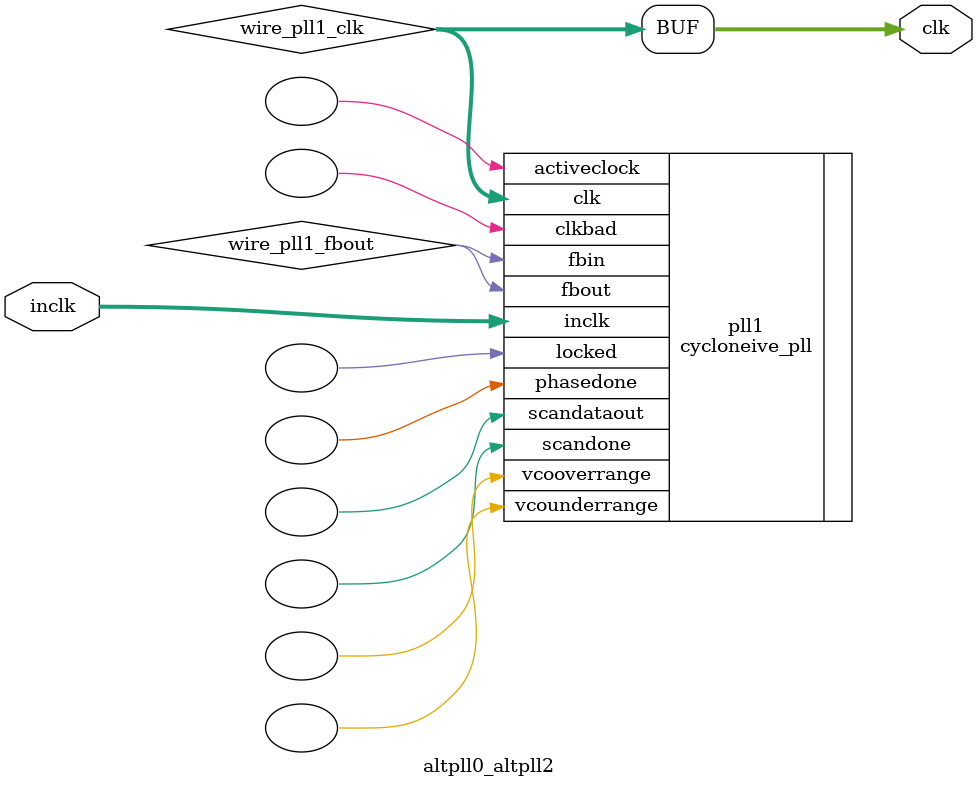
<source format=v>






//synthesis_resources = cycloneive_pll 1 
//synopsys translate_off
`timescale 1 ps / 1 ps
//synopsys translate_on
module  altpll0_altpll2
	( 
	clk,
	inclk) /* synthesis synthesis_clearbox=1 */;
	output   [4:0]  clk;
	input   [1:0]  inclk;
`ifndef ALTERA_RESERVED_QIS
// synopsys translate_off
`endif
	tri0   [1:0]  inclk;
`ifndef ALTERA_RESERVED_QIS
// synopsys translate_on
`endif

	wire  [4:0]   wire_pll1_clk;
	wire  wire_pll1_fbout;

	cycloneive_pll   pll1
	( 
	.activeclock(),
	.clk(wire_pll1_clk),
	.clkbad(),
	.fbin(wire_pll1_fbout),
	.fbout(wire_pll1_fbout),
	.inclk(inclk),
	.locked(),
	.phasedone(),
	.scandataout(),
	.scandone(),
	.vcooverrange(),
	.vcounderrange()
	`ifndef FORMAL_VERIFICATION
	// synopsys translate_off
	`endif
	,
	.areset(1'b0),
	.clkswitch(1'b0),
	.configupdate(1'b0),
	.pfdena(1'b1),
	.phasecounterselect({3{1'b0}}),
	.phasestep(1'b0),
	.phaseupdown(1'b0),
	.scanclk(1'b0),
	.scanclkena(1'b1),
	.scandata(1'b0)
	`ifndef FORMAL_VERIFICATION
	// synopsys translate_on
	`endif
	);
	defparam
		pll1.bandwidth_type = "auto",
		pll1.clk0_divide_by = 625000,
		pll1.clk0_duty_cycle = 50,
		pll1.clk0_multiply_by = 601,
		pll1.clk0_phase_shift = "0",
		pll1.clk1_divide_by = 15625,
		pll1.clk1_duty_cycle = 50,
		pll1.clk1_multiply_by = 3,
		pll1.clk1_phase_shift = "0",
		pll1.compensate_clock = "clk0",
		pll1.inclk0_input_frequency = 20000,
		pll1.operation_mode = "normal",
		pll1.pll_type = "auto",
		pll1.lpm_type = "cycloneive_pll";
	assign
		clk = {wire_pll1_clk[4:0]};
endmodule //altpll0_altpll2
//VALID FILE

</source>
